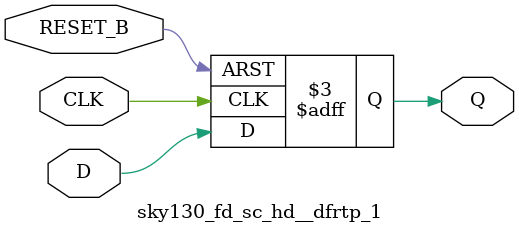
<source format=sv>

module sky130_fd_sc_hd__inv_1(
   input    logic A,
   output   logic Y
);        
   logic [15:0] sel; 
      
   assign Y = ~A;  

endmodule

module sky130_fd_sc_hd__dfrtp_1(
   input  logic CLK,
   input  logic D,
   input  logic RESET_B,
   output logic Q
);
   always@(posedge CLK or negedge RESET_B) begin
      if(!RESET_B)   Q <= 'd0;
      else           Q <= D;
   end 
endmodule
   


</source>
